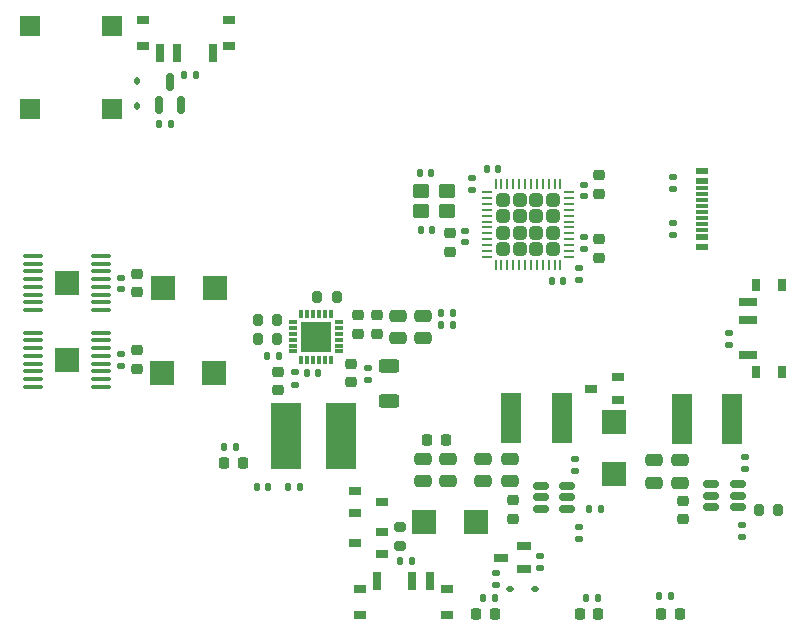
<source format=gbr>
%TF.GenerationSoftware,KiCad,Pcbnew,9.0.2*%
%TF.CreationDate,2025-12-01T22:51:16-05:00*%
%TF.ProjectId,VolleyBot,566f6c6c-6579-4426-9f74-2e6b69636164,rev?*%
%TF.SameCoordinates,Original*%
%TF.FileFunction,Paste,Top*%
%TF.FilePolarity,Positive*%
%FSLAX46Y46*%
G04 Gerber Fmt 4.6, Leading zero omitted, Abs format (unit mm)*
G04 Created by KiCad (PCBNEW 9.0.2) date 2025-12-01 22:51:16*
%MOMM*%
%LPD*%
G01*
G04 APERTURE LIST*
G04 Aperture macros list*
%AMRoundRect*
0 Rectangle with rounded corners*
0 $1 Rounding radius*
0 $2 $3 $4 $5 $6 $7 $8 $9 X,Y pos of 4 corners*
0 Add a 4 corners polygon primitive as box body*
4,1,4,$2,$3,$4,$5,$6,$7,$8,$9,$2,$3,0*
0 Add four circle primitives for the rounded corners*
1,1,$1+$1,$2,$3*
1,1,$1+$1,$4,$5*
1,1,$1+$1,$6,$7*
1,1,$1+$1,$8,$9*
0 Add four rect primitives between the rounded corners*
20,1,$1+$1,$2,$3,$4,$5,0*
20,1,$1+$1,$4,$5,$6,$7,0*
20,1,$1+$1,$6,$7,$8,$9,0*
20,1,$1+$1,$8,$9,$2,$3,0*%
G04 Aperture macros list end*
%ADD10RoundRect,0.112500X-0.187500X-0.112500X0.187500X-0.112500X0.187500X0.112500X-0.187500X0.112500X0*%
%ADD11RoundRect,0.140000X-0.140000X-0.170000X0.140000X-0.170000X0.140000X0.170000X-0.140000X0.170000X0*%
%ADD12RoundRect,0.250000X-0.475000X0.250000X-0.475000X-0.250000X0.475000X-0.250000X0.475000X0.250000X0*%
%ADD13RoundRect,0.135000X-0.135000X-0.185000X0.135000X-0.185000X0.135000X0.185000X-0.135000X0.185000X0*%
%ADD14RoundRect,0.150000X-0.512500X-0.150000X0.512500X-0.150000X0.512500X0.150000X-0.512500X0.150000X0*%
%ADD15RoundRect,0.135000X0.135000X0.185000X-0.135000X0.185000X-0.135000X-0.185000X0.135000X-0.185000X0*%
%ADD16RoundRect,0.250000X0.475000X-0.250000X0.475000X0.250000X-0.475000X0.250000X-0.475000X-0.250000X0*%
%ADD17RoundRect,0.200000X0.200000X0.275000X-0.200000X0.275000X-0.200000X-0.275000X0.200000X-0.275000X0*%
%ADD18RoundRect,0.225000X0.250000X-0.225000X0.250000X0.225000X-0.250000X0.225000X-0.250000X-0.225000X0*%
%ADD19RoundRect,0.250000X-0.315000X-0.315000X0.315000X-0.315000X0.315000X0.315000X-0.315000X0.315000X0*%
%ADD20RoundRect,0.062500X-0.375000X-0.062500X0.375000X-0.062500X0.375000X0.062500X-0.375000X0.062500X0*%
%ADD21RoundRect,0.062500X-0.062500X-0.375000X0.062500X-0.375000X0.062500X0.375000X-0.062500X0.375000X0*%
%ADD22R,2.500000X5.700000*%
%ADD23RoundRect,0.200000X-0.200000X-0.275000X0.200000X-0.275000X0.200000X0.275000X-0.200000X0.275000X0*%
%ADD24R,1.800000X4.200000*%
%ADD25RoundRect,0.140000X-0.170000X0.140000X-0.170000X-0.140000X0.170000X-0.140000X0.170000X0.140000X0*%
%ADD26RoundRect,0.135000X-0.185000X0.135000X-0.185000X-0.135000X0.185000X-0.135000X0.185000X0.135000X0*%
%ADD27RoundRect,0.140000X0.170000X-0.140000X0.170000X0.140000X-0.170000X0.140000X-0.170000X-0.140000X0*%
%ADD28RoundRect,0.250000X-0.625000X0.312500X-0.625000X-0.312500X0.625000X-0.312500X0.625000X0.312500X0*%
%ADD29RoundRect,0.250000X0.450000X0.350000X-0.450000X0.350000X-0.450000X-0.350000X0.450000X-0.350000X0*%
%ADD30RoundRect,0.225000X-0.250000X0.225000X-0.250000X-0.225000X0.250000X-0.225000X0.250000X0.225000X0*%
%ADD31RoundRect,0.218750X0.218750X0.256250X-0.218750X0.256250X-0.218750X-0.256250X0.218750X-0.256250X0*%
%ADD32R,0.800000X1.000000*%
%ADD33R,1.500000X0.700000*%
%ADD34R,2.000000X2.000000*%
%ADD35RoundRect,0.135000X0.185000X-0.135000X0.185000X0.135000X-0.185000X0.135000X-0.185000X-0.135000X0*%
%ADD36R,1.250000X0.700000*%
%ADD37R,1.000000X0.800000*%
%ADD38RoundRect,0.140000X0.140000X0.170000X-0.140000X0.170000X-0.140000X-0.170000X0.140000X-0.170000X0*%
%ADD39RoundRect,0.150000X0.150000X-0.587500X0.150000X0.587500X-0.150000X0.587500X-0.150000X-0.587500X0*%
%ADD40RoundRect,0.200000X0.275000X-0.200000X0.275000X0.200000X-0.275000X0.200000X-0.275000X-0.200000X0*%
%ADD41C,0.610000*%
%ADD42O,1.750000X0.340000*%
%ADD43R,2.100000X2.030000*%
%ADD44RoundRect,0.218750X-0.256250X0.218750X-0.256250X-0.218750X0.256250X-0.218750X0.256250X0.218750X0*%
%ADD45R,0.700000X1.500000*%
%ADD46R,0.300000X0.700000*%
%ADD47R,0.700000X0.300000*%
%ADD48R,2.600000X2.600000*%
%ADD49RoundRect,0.218750X-0.218750X-0.256250X0.218750X-0.256250X0.218750X0.256250X-0.218750X0.256250X0*%
%ADD50RoundRect,0.112500X0.112500X-0.187500X0.112500X0.187500X-0.112500X0.187500X-0.112500X-0.187500X0*%
%ADD51R,1.100000X0.550000*%
%ADD52R,1.100000X0.300000*%
%ADD53R,1.800000X1.800000*%
G04 APERTURE END LIST*
D10*
%TO.C,D8*%
X131900000Y-113200000D03*
X129800000Y-113200000D03*
%TD*%
D11*
%TO.C,C11*%
X133340000Y-87100000D03*
X134300000Y-87100000D03*
%TD*%
D12*
%TO.C,C15*%
X127500000Y-102150000D03*
X127500000Y-104050000D03*
%TD*%
%TO.C,C25*%
X144200000Y-102250000D03*
X144200000Y-104150000D03*
%TD*%
D13*
%TO.C,R26*%
X109230000Y-93422500D03*
X110250000Y-93422500D03*
%TD*%
D14*
%TO.C,U4*%
X132362500Y-104450000D03*
X132362500Y-105400000D03*
X132362500Y-106350000D03*
X134637500Y-106350000D03*
X134637500Y-105400000D03*
X134637500Y-104450000D03*
%TD*%
D15*
%TO.C,R9*%
X137520000Y-106400000D03*
X136500000Y-106400000D03*
%TD*%
D16*
%TO.C,C30*%
X122400000Y-91947500D03*
X122400000Y-90047500D03*
%TD*%
D17*
%TO.C,R18*%
X115125000Y-88460000D03*
X113475000Y-88460000D03*
%TD*%
D12*
%TO.C,C14*%
X129750000Y-102150000D03*
X129750000Y-104050000D03*
%TD*%
D18*
%TO.C,C23*%
X144450000Y-107250000D03*
X144450000Y-105700000D03*
%TD*%
D19*
%TO.C,U1*%
X129200000Y-80200000D03*
X129200000Y-81600000D03*
X129200000Y-83000000D03*
X129200000Y-84400000D03*
X130600000Y-80200000D03*
X130600000Y-81600000D03*
X130600000Y-83000000D03*
X130600000Y-84400000D03*
X132000000Y-80200000D03*
X132000000Y-81600000D03*
X132000000Y-83000000D03*
X132000000Y-84400000D03*
X133400000Y-80200000D03*
X133400000Y-81600000D03*
X133400000Y-83000000D03*
X133400000Y-84400000D03*
D20*
X127862500Y-79550000D03*
X127862500Y-80050000D03*
X127862500Y-80550000D03*
X127862500Y-81050000D03*
X127862500Y-81550000D03*
X127862500Y-82050000D03*
X127862500Y-82550000D03*
X127862500Y-83050000D03*
X127862500Y-83550000D03*
X127862500Y-84050000D03*
X127862500Y-84550000D03*
X127862500Y-85050000D03*
D21*
X128550000Y-85737500D03*
X129050000Y-85737500D03*
X129550000Y-85737500D03*
X130050000Y-85737500D03*
X130550000Y-85737500D03*
X131050000Y-85737500D03*
X131550000Y-85737500D03*
X132050000Y-85737500D03*
X132550000Y-85737500D03*
X133050000Y-85737500D03*
X133550000Y-85737500D03*
X134050000Y-85737500D03*
D20*
X134737500Y-85050000D03*
X134737500Y-84550000D03*
X134737500Y-84050000D03*
X134737500Y-83550000D03*
X134737500Y-83050000D03*
X134737500Y-82550000D03*
X134737500Y-82050000D03*
X134737500Y-81550000D03*
X134737500Y-81050000D03*
X134737500Y-80550000D03*
X134737500Y-80050000D03*
X134737500Y-79550000D03*
D21*
X134050000Y-78862500D03*
X133550000Y-78862500D03*
X133050000Y-78862500D03*
X132550000Y-78862500D03*
X132050000Y-78862500D03*
X131550000Y-78862500D03*
X131050000Y-78862500D03*
X130550000Y-78862500D03*
X130050000Y-78862500D03*
X129550000Y-78862500D03*
X129050000Y-78862500D03*
X128550000Y-78862500D03*
%TD*%
D22*
%TO.C,L4*%
X110800000Y-100210000D03*
X115500000Y-100190000D03*
%TD*%
D23*
%TO.C,R16*%
X108400000Y-92022500D03*
X110050000Y-92022500D03*
%TD*%
D24*
%TO.C,L1*%
X134150000Y-98650000D03*
X129850000Y-98650000D03*
%TD*%
D12*
%TO.C,C7*%
X122450000Y-102150000D03*
X122450000Y-104050000D03*
%TD*%
D25*
%TO.C,C2*%
X135600000Y-86000000D03*
X135600000Y-86960000D03*
%TD*%
D12*
%TO.C,C26*%
X141950000Y-102250000D03*
X141950000Y-104150000D03*
%TD*%
D26*
%TO.C,R14*%
X117750000Y-94427500D03*
X117750000Y-95447500D03*
%TD*%
D25*
%TO.C,C4*%
X136000000Y-78940000D03*
X136000000Y-79900000D03*
%TD*%
D18*
%TO.C,C12*%
X130000000Y-107200000D03*
X130000000Y-105650000D03*
%TD*%
D27*
%TO.C,C5*%
X126000000Y-83790000D03*
X126000000Y-82830000D03*
%TD*%
D28*
%TO.C,R19*%
X119550000Y-94300000D03*
X119550000Y-97225000D03*
%TD*%
D29*
%TO.C,Y1*%
X124400000Y-79472000D03*
X122200000Y-79472000D03*
X122200000Y-81172000D03*
X124400000Y-81172000D03*
%TD*%
D27*
%TO.C,C22*%
X126598586Y-79350000D03*
X126598586Y-78390000D03*
%TD*%
D30*
%TO.C,C33*%
X110150000Y-94772500D03*
X110150000Y-96322500D03*
%TD*%
D31*
%TO.C,D2*%
X137252500Y-115240000D03*
X135677500Y-115240000D03*
%TD*%
D32*
%TO.C,SW2*%
X150600000Y-94750000D03*
X152810000Y-94750000D03*
X150600000Y-87450000D03*
X152810000Y-87450000D03*
D33*
X149950000Y-93350000D03*
X149950000Y-90350000D03*
X149950000Y-88850000D03*
%TD*%
D12*
%TO.C,C8*%
X124550000Y-102150000D03*
X124550000Y-104050000D03*
%TD*%
D34*
%TO.C,D1*%
X138550000Y-99025000D03*
X138550000Y-103425000D03*
%TD*%
D27*
%TO.C,C24*%
X149700000Y-102960000D03*
X149700000Y-102000000D03*
%TD*%
D35*
%TO.C,R8*%
X135575000Y-108925000D03*
X135575000Y-107905000D03*
%TD*%
D36*
%TO.C,Q3*%
X131000000Y-111450000D03*
X131000000Y-109550000D03*
X129000000Y-110500000D03*
%TD*%
D34*
%TO.C,D12*%
X126900000Y-107450000D03*
X122500000Y-107450000D03*
%TD*%
D13*
%TO.C,R5*%
X123905000Y-90825000D03*
X124925000Y-90825000D03*
%TD*%
D35*
%TO.C,R2*%
X143600000Y-79300000D03*
X143600000Y-78280000D03*
%TD*%
D37*
%TO.C,Q1*%
X138950000Y-97150000D03*
X138950000Y-95250000D03*
X136650000Y-96200000D03*
%TD*%
D11*
%TO.C,C10*%
X122240000Y-82800000D03*
X123200000Y-82800000D03*
%TD*%
%TO.C,C3*%
X127828798Y-77606497D03*
X128788798Y-77606497D03*
%TD*%
D16*
%TO.C,C29*%
X120300000Y-91947500D03*
X120300000Y-90047500D03*
%TD*%
D38*
%TO.C,C35*%
X111980000Y-104500000D03*
X111020000Y-104500000D03*
%TD*%
D15*
%TO.C,R6*%
X124925000Y-89775000D03*
X123905000Y-89775000D03*
%TD*%
D13*
%TO.C,R13*%
X142377500Y-113751000D03*
X143397500Y-113751000D03*
%TD*%
D15*
%TO.C,R27*%
X137227500Y-113890000D03*
X136207500Y-113890000D03*
%TD*%
D26*
%TO.C,R7*%
X111550000Y-94827500D03*
X111550000Y-95847500D03*
%TD*%
D15*
%TO.C,R15*%
X128520000Y-113900000D03*
X127500000Y-113900000D03*
%TD*%
D13*
%TO.C,R1*%
X102190000Y-69625000D03*
X103210000Y-69625000D03*
%TD*%
D27*
%TO.C,C18*%
X96800000Y-94260000D03*
X96800000Y-93300000D03*
%TD*%
D39*
%TO.C,Q4*%
X100025000Y-72150000D03*
X101925000Y-72150000D03*
X100975000Y-70275000D03*
%TD*%
D40*
%TO.C,R25*%
X120500000Y-109525000D03*
X120500000Y-107875000D03*
%TD*%
D38*
%TO.C,C34*%
X109300000Y-104500000D03*
X108340000Y-104500000D03*
%TD*%
D41*
%TO.C,U2*%
X91750000Y-86750000D03*
X91750000Y-87750000D03*
X92750000Y-86750000D03*
X92750000Y-87750000D03*
D42*
X89380000Y-84970000D03*
X89380000Y-85620000D03*
X89380000Y-86270000D03*
X89380000Y-86930000D03*
X89380000Y-87580000D03*
X89380000Y-88230000D03*
X89380000Y-88880000D03*
X89380000Y-89530000D03*
X95120000Y-89530000D03*
X95120000Y-88880000D03*
X95120000Y-88230000D03*
X95120000Y-87580000D03*
X95120000Y-86930000D03*
X95120000Y-86270000D03*
X95120000Y-85620000D03*
X95120000Y-84970000D03*
D43*
X92250000Y-87250000D03*
%TD*%
D44*
%TO.C,D3*%
X137300000Y-83537500D03*
X137300000Y-85112500D03*
%TD*%
D31*
%TO.C,FB1*%
X124337500Y-100550000D03*
X122762500Y-100550000D03*
%TD*%
D38*
%TO.C,C9*%
X123080000Y-77972000D03*
X122120000Y-77972000D03*
%TD*%
D31*
%TO.C,D4*%
X144175000Y-115251000D03*
X142600000Y-115251000D03*
%TD*%
D35*
%TO.C,R10*%
X149450000Y-108770000D03*
X149450000Y-107750000D03*
%TD*%
D23*
%TO.C,R17*%
X108400000Y-90422500D03*
X110050000Y-90422500D03*
%TD*%
D37*
%TO.C,SW3*%
X117100000Y-113150000D03*
X117100000Y-115360000D03*
X124400000Y-113150000D03*
X124400000Y-115360000D03*
D45*
X118500000Y-112500000D03*
X121500000Y-112500000D03*
X123000000Y-112500000D03*
%TD*%
D41*
%TO.C,U3*%
X91750000Y-93250000D03*
X91750000Y-94250000D03*
X92750000Y-93250000D03*
X92750000Y-94250000D03*
D42*
X89380000Y-91470000D03*
X89380000Y-92120000D03*
X89380000Y-92770000D03*
X89380000Y-93430000D03*
X89380000Y-94080000D03*
X89380000Y-94730000D03*
X89380000Y-95380000D03*
X89380000Y-96030000D03*
X95120000Y-96030000D03*
X95120000Y-95380000D03*
X95120000Y-94730000D03*
X95120000Y-94080000D03*
X95120000Y-93430000D03*
X95120000Y-92770000D03*
X95120000Y-92120000D03*
X95120000Y-91470000D03*
D43*
X92250000Y-93750000D03*
%TD*%
D15*
%TO.C,R21*%
X121510000Y-110800000D03*
X120490000Y-110800000D03*
%TD*%
D34*
%TO.C,D10*%
X100400000Y-87700000D03*
X104800000Y-87700000D03*
%TD*%
D13*
%TO.C,R22*%
X100055000Y-73812500D03*
X101075000Y-73812500D03*
%TD*%
D46*
%TO.C,U7*%
X114600000Y-89860000D03*
X114100000Y-89860000D03*
X113600000Y-89860000D03*
X113100000Y-89860000D03*
X112600000Y-89860000D03*
X112100000Y-89860000D03*
D47*
X111400000Y-90550000D03*
X111400000Y-91050000D03*
X111400000Y-91550000D03*
X111400000Y-92050000D03*
X111400000Y-92550000D03*
X111400000Y-93050000D03*
D46*
X112100000Y-93740000D03*
X112600000Y-93740000D03*
X113100000Y-93740000D03*
X113600000Y-93740000D03*
X114100000Y-93740000D03*
X114600000Y-93740000D03*
D47*
X115300000Y-93050000D03*
X115300000Y-92550000D03*
X115300000Y-92050000D03*
X115300000Y-91550000D03*
X115300000Y-91050000D03*
X115300000Y-90550000D03*
D48*
X113350000Y-91800000D03*
%TD*%
D15*
%TO.C,R28*%
X106575000Y-101100000D03*
X105555000Y-101100000D03*
%TD*%
D31*
%TO.C,D6*%
X107175000Y-102500000D03*
X105600000Y-102500000D03*
%TD*%
D18*
%TO.C,C28*%
X118500000Y-91547500D03*
X118500000Y-89997500D03*
%TD*%
D49*
%TO.C,D5*%
X126925000Y-115300000D03*
X128500000Y-115300000D03*
%TD*%
D24*
%TO.C,L2*%
X148600000Y-98750000D03*
X144300000Y-98750000D03*
%TD*%
D35*
%TO.C,R12*%
X136000000Y-84345000D03*
X136000000Y-83325000D03*
%TD*%
D18*
%TO.C,C16*%
X98200000Y-88050000D03*
X98200000Y-86500000D03*
%TD*%
D14*
%TO.C,U5*%
X146812500Y-104300000D03*
X146812500Y-105250000D03*
X146812500Y-106200000D03*
X149087500Y-106200000D03*
X149087500Y-105250000D03*
X149087500Y-104300000D03*
%TD*%
D37*
%TO.C,Q5*%
X118948586Y-110200000D03*
X118948586Y-108300000D03*
X116648586Y-109250000D03*
%TD*%
D50*
%TO.C,D7*%
X98175000Y-72262500D03*
X98175000Y-70162500D03*
%TD*%
D34*
%TO.C,D9*%
X100300000Y-94900000D03*
X104700000Y-94900000D03*
%TD*%
D30*
%TO.C,C1*%
X137300000Y-78150000D03*
X137300000Y-79700000D03*
%TD*%
D18*
%TO.C,C32*%
X116350000Y-95622500D03*
X116350000Y-94072500D03*
%TD*%
D51*
%TO.C,USB2*%
X146000000Y-84200000D03*
X146000000Y-83400000D03*
D52*
X146000000Y-82750000D03*
X146000000Y-82250000D03*
X146000000Y-81750000D03*
X146000000Y-81250000D03*
X146000000Y-80750000D03*
X146000000Y-80250000D03*
X146000000Y-79750000D03*
X146000000Y-79250000D03*
D51*
X146000000Y-78600000D03*
X146000000Y-77800000D03*
%TD*%
D27*
%TO.C,C13*%
X135250000Y-103130000D03*
X135250000Y-102170000D03*
%TD*%
D26*
%TO.C,R3*%
X143600000Y-82200000D03*
X143600000Y-83220000D03*
%TD*%
D37*
%TO.C,Q2*%
X116650000Y-104850000D03*
X116650000Y-106750000D03*
X118950000Y-105800000D03*
%TD*%
D26*
%TO.C,R4*%
X148300000Y-91490000D03*
X148300000Y-92510000D03*
%TD*%
D18*
%TO.C,C19*%
X98200000Y-94500000D03*
X98200000Y-92950000D03*
%TD*%
D27*
%TO.C,C17*%
X96800000Y-87800000D03*
X96800000Y-86840000D03*
%TD*%
D18*
%TO.C,C6*%
X124700000Y-84610000D03*
X124700000Y-83060000D03*
%TD*%
%TO.C,C27*%
X116900000Y-91547500D03*
X116900000Y-89997500D03*
%TD*%
D35*
%TO.C,R23*%
X132350000Y-111410000D03*
X132350000Y-110390000D03*
%TD*%
D53*
%TO.C,BUZZER1*%
X96100000Y-72500000D03*
X96100000Y-65520000D03*
X89120000Y-65520000D03*
X89120000Y-72500000D03*
%TD*%
D37*
%TO.C,SW1*%
X106000000Y-67160000D03*
X106000000Y-64950000D03*
X98700000Y-67160000D03*
X98700000Y-64950000D03*
D45*
X104600000Y-67810000D03*
X101600000Y-67810000D03*
X100100000Y-67810000D03*
%TD*%
D17*
%TO.C,R11*%
X152500000Y-106500000D03*
X150850000Y-106500000D03*
%TD*%
D11*
%TO.C,C31*%
X112590000Y-94900000D03*
X113550000Y-94900000D03*
%TD*%
D26*
%TO.C,R24*%
X128550000Y-111800000D03*
X128550000Y-112820000D03*
%TD*%
M02*

</source>
